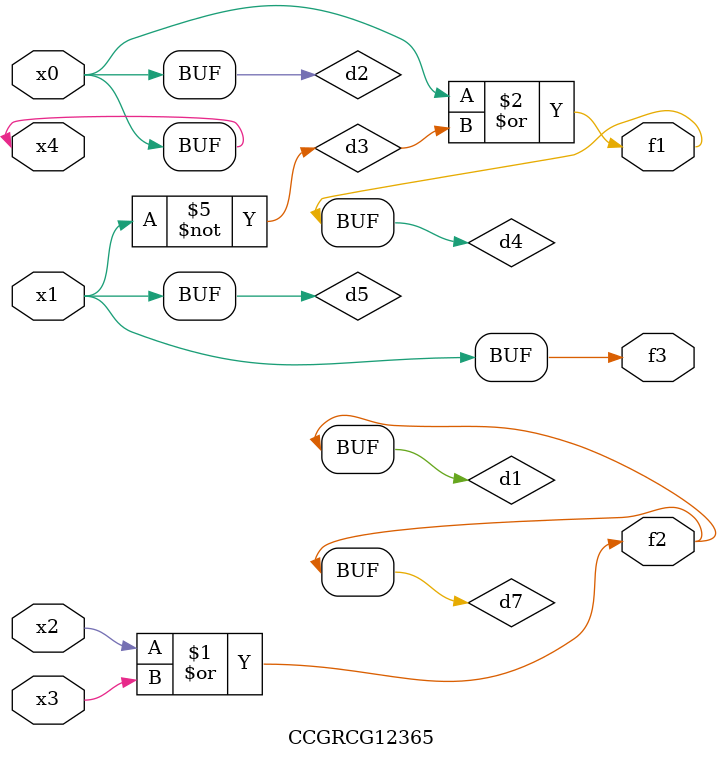
<source format=v>
module CCGRCG12365(
	input x0, x1, x2, x3, x4,
	output f1, f2, f3
);

	wire d1, d2, d3, d4, d5, d6, d7;

	or (d1, x2, x3);
	buf (d2, x0, x4);
	not (d3, x1);
	or (d4, d2, d3);
	not (d5, d3);
	nand (d6, d1, d3);
	or (d7, d1);
	assign f1 = d4;
	assign f2 = d7;
	assign f3 = d5;
endmodule

</source>
